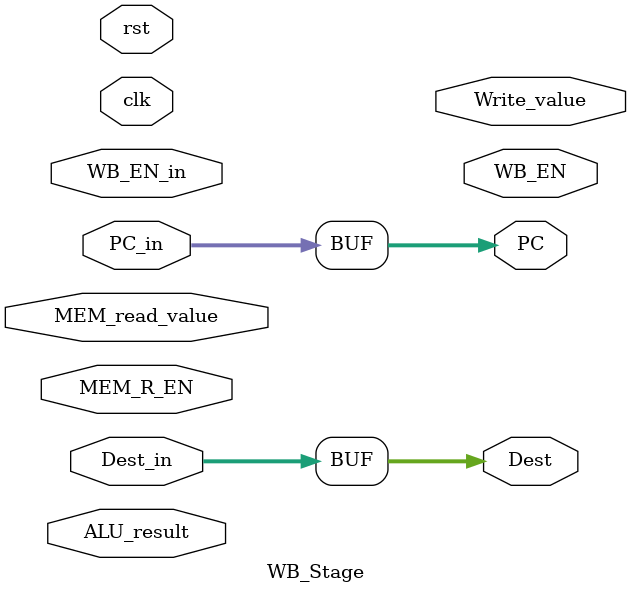
<source format=v>



module IF_Stage(clk, rst, PC, Instruction);
	input clk , rst; 
	output reg [31:0] PC;
	output  [31:0] Instruction;

	always @(posedge clk) begin
		if (rst) begin
			// reset
			PC = 32'b0;
		end
		else begin
			PC <= PC + 4;
		end
	end

	Inst_mem Instruction_mem ( .Address ( PC) , .Inst_mem_out(Instruction));



endmodule

module IF_Stage_reg(clk, rst, PC_in, Instruction_in, PC, Instruction);
	input clk , rst ;
	input [31:0] PC_in , Instruction_in ;
	output reg [31:0] PC , Instruction;

	always @(posedge clk) begin
		if (rst)
		begin
			PC <=32'b0;
			Instruction <= 32'b0;
			end
		else 
		begin
			PC <= PC_in;
			Instruction <= Instruction_in;
			end

	end


endmodule

module ID_Stage(clk, rst, PC_in, PC , WB_Dest ,WB_Write_Enable , WB_Data, Instruction , Dest , Val1 , Val2 , Reg2 , 
				EXE_CMD , MEM_R_EN , MEM_W_EN , WB_EN , IF_flush , Br_type);
	input clk , rst ; 
	input [31:0] Instruction;
	input [31:0] PC_in;
	input WB_Write_Enable;
	input [4:0] WB_Dest;
	input[31:0] WB_Data;

	output IF_flush;
	

	output MEM_W_EN , MEM_R_EN , WB_EN;
	output [4:0] Dest;
	output [31:0] Val1 , Val2 , Reg2;
	output [3:0] EXE_CMD;
	output [31:0] PC;
	output [1:0] Br_type;

	wire [4:0] Reg1 , Reg2_local;
	wire [31:0] Sign_extend_out ;
	wire IS_IMM;

	Sign_extend Sign_extend_IF (.In (Instruction[15:0]) , .Out (Sign_extend_out));

	Mux2to1_32bit Mux_1 ( .In1 (Reg2_local ) , .In2 (Sign_extend_out), .Sel(IS_IMM) , .Out(Val2));
	Mux2to1_5bit Mux_2 ( .In1(Instruction[15:11]) , .In2 (Instruction[20:16]) , .Sel(IS_IMM) , .Out(Dest));

	Register_file RF ( .clk(clk) , .rst(rst) , .Src1(Instruction[25:21]) , .Src2(Instruction[20:16]) , .Dest(WB_Dest) , 
						.Write_Val(WB_Data) , .Write_EN(WB_Write_Enable) , .Reg1 (Val1), .Reg2(Reg2_local) );
	
	Control_unit CU (.Opcode (Instruction[31:26]) , .IS_IMM (IS_IMM ) , .WB_EN(WB_EN) , .MEM_R (MEM_R_EN) , .MEM_W(MEM_R_EN), .EXE_CMD (EXE_CMD) , .BR_type(Br_type));
	assign Val1 = Reg1;
	assign Reg2= Reg2_local ;

	assign PC = PC_in;

	
endmodule

module ID_Stage_reg(clk, rst, PC_in, PC , Flush , MEM_R_EN_in , MEM_W_EN_in , WB_EN_in,
						EXE_CMD_in , Dest_in , Reg2_in , Val1_in , Val2_in,
						Dest , Val1 , Val2 , Reg2 , MEM_R_EN , 
						MEM_W_EN , EXE_CMD , WB_EN , Br_type_in , Br_type);
	input clk , rst ;

	input Flush;
	input   MEM_R_EN_in , MEM_W_EN_in , WB_EN_in ;
	input [3:0] EXE_CMD_in; 
	input [4:0] Dest_in ; 
	input [31:0] Reg2_in , Val1_in , Val2_in ; 
	input [31:0] PC_in;
	input [1:0] Br_type_in ; 

	output reg [31:0] PC;
	output reg [4:0] Dest;
	output reg [31:0] Val1 , Val2 , Reg2;
	
	output reg WB_EN;
	output reg MEM_R_EN;
	output reg MEM_W_EN;
	output reg [3:0] EXE_CMD;
	output reg [1:0] Br_type ;


	always @(posedge clk) begin
		if (rst)
		begin
			
		
			PC <=32'b0;
			Dest <= 5'b0;
			Val1 <= 32'b0;
			Val2 <= 32'b0;
			Reg2 <= 32'b0;
			WB_EN <= 1'b0;
			MEM_W_EN <= 1'b0;
			MEM_R_EN <= 1'b0;
			EXE_CMD <= 4'b0;
			Br_type <= 2'b00;
		end
		else 
		begin
			PC <= PC_in ; 
			Dest <= Dest_in;
			Val1 <= Val1_in;
			Val2 <= Val2_in;
			Reg2 <= Reg2_in;
			WB_EN <= WB_EN_in;
			MEM_W_EN <= MEM_W_EN_in;
			MEM_R_EN <= MEM_R_EN_in;
			EXE_CMD <= EXE_CMD_in;
			Br_type <= Br_type_in;
		end
	end
	
endmodule

module EXE_Stage(clk, rst, PC , EXE_CMD , Val1 ,Val2 , Val_src2 , Br_type , ALU_result , Br_Addr , Br_taken , PC_in);
	input clk , rst ;
	input [31:0] PC_in;
	input [3:0] EXE_CMD;
	input [31:0] Val1;
	input [31:0] Val2;
	input [31:0] Val_src2;
	input [1:0] Br_type;

	output [31:0] ALU_result;
	output [31:0] Br_Addr;
	output Br_taken;
	output [31:0] PC;

	assign PC = PC_in;



endmodule

module EXE_Stage_reg(clk, rst, PC_in, WB_EN_in , MEM_R_EN_in , MEM_W_EN_in , ALU_result_in , ST_val_in , Dest_in , WB_EN , MEM_R_EN , MEM_W_EN , PC , ALU_result , ST_val ,  Dest);

	input clk , rst ;
	input WB_EN_in;
	input MEM_R_EN_in;
	input MEM_W_EN_in;

	input [31:0] PC_in;
	input [31:0] ALU_result_in;
	input [31:0] ST_val_in;
	input [31:0] Dest_in;


	output reg WB_EN;
	output reg MEM_R_EN;
	output reg MEM_W_EN;
	output reg [31:0] PC;
	output reg [31:0] ALU_result;
	output reg [31:0] ST_val;
	output reg [4:0] Dest;
	


	always @(posedge clk) begin
		if (rst)
		begin
			//PC <=32'b0;
			Dest <= 5'b0;
			ST_val <= 32'b0;
			WB_EN <= 1'b0;
			MEM_W_EN <= 1'b0;
			MEM_R_EN <= 1'b0;
			ALU_result <= 32'b0;
		end

		else 
		begin
			
			//PC <= PC_in ; 
			Dest <= Dest_in;
			ALU_result <= ALU_result_in;
			ST_val <= ST_val_in;
			WB_EN <= WB_EN_in;
			MEM_W_EN <= MEM_W_EN_in;
			MEM_R_EN <= MEM_R_EN_in;
		end


	end

endmodule

module MEM_Stage(clk, rst, PC_in, PC , MEM_W_EN_in , MEM_R_EN_in ,
				 ALU_result_in , ST_val , MEM_read_value);

	input clk , rst ;
	input [31:0] PC_in;
	input MEM_R_EN_in , MEM_W_EN_in;
	input [31:0] ALU_result_in , ST_val;


	output [31:0] PC;
	output [31:0] MEM_read_value;

	assign PC = PC_in;

endmodule

module MEM_Stage_reg(clk, rst, PC_in, PC , WB_EN_in , MEM_R_EN_in , ALU_result_in , MEM_read_value_in, Dest_in , WB_EN , MEM_R_EN ,
					 ALU_result , MEM_read_value , Dest );
	input clk , rst ;
	input WB_EN_in , MEM_R_EN_in;
	input [31:0] ALU_result_in , MEM_read_value_in;
	input [4:0] Dest_in ;

	input [31:0] PC_in;


	output reg [31:0] PC;
	output reg WB_EN , MEM_R_EN;
	output reg [31:0] ALU_result , MEM_read_value;
	output reg [4:0] Dest ; 

	always @(posedge clk) begin
		if (rst)
		begin

			PC <=32'b0;
			WB_EN <= 1'b0;
			MEM_R_EN <= 1'b0;
			ALU_result <= 31'b0;
			MEM_read_value <= 31'b0;
			Dest <= 5'b0;
		end

		else 

		begin
			WB_EN <= WB_EN_in;
			MEM_R_EN <= MEM_R_EN_in;
			ALU_result <= ALU_result_in;
			MEM_read_value <= MEM_read_value_in;
			Dest <= Dest_in;
			PC <= PC_in;
			Dest <= Dest_in;
		end

	end

endmodule

module WB_Stage(clk, rst, PC_in, PC , WB_EN_in , MEM_R_EN , ALU_result , MEM_read_value , Dest_in , Write_value , Dest , WB_EN);
	input clk , rst ;
	input [31:0] PC_in;
	input WB_EN_in , MEM_R_EN;
	input [31:0] ALU_result , MEM_read_value;
	input [4:0] Dest_in;
	output WB_EN;
	output [31:0] Write_value;
	output [4:0] Dest ;
	output [31:0] PC;

	assign PC = PC_in;
	assign Dest = Dest_in ; 

endmodule



</source>
